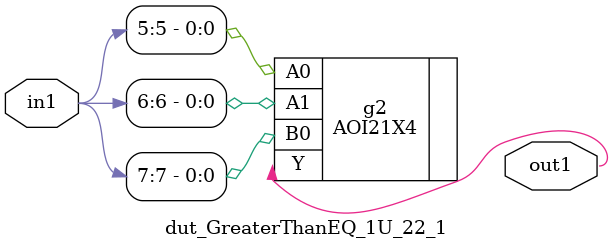
<source format=v>
`timescale 1ps / 1ps


module dut_GreaterThanEQ_1U_22_1(in1, out1);
  input [7:0] in1;
  output out1;
  wire [7:0] in1;
  wire out1;
  AOI21X4 g2(.A0 (in1[5]), .A1 (in1[6]), .B0 (in1[7]), .Y (out1));
endmodule



</source>
